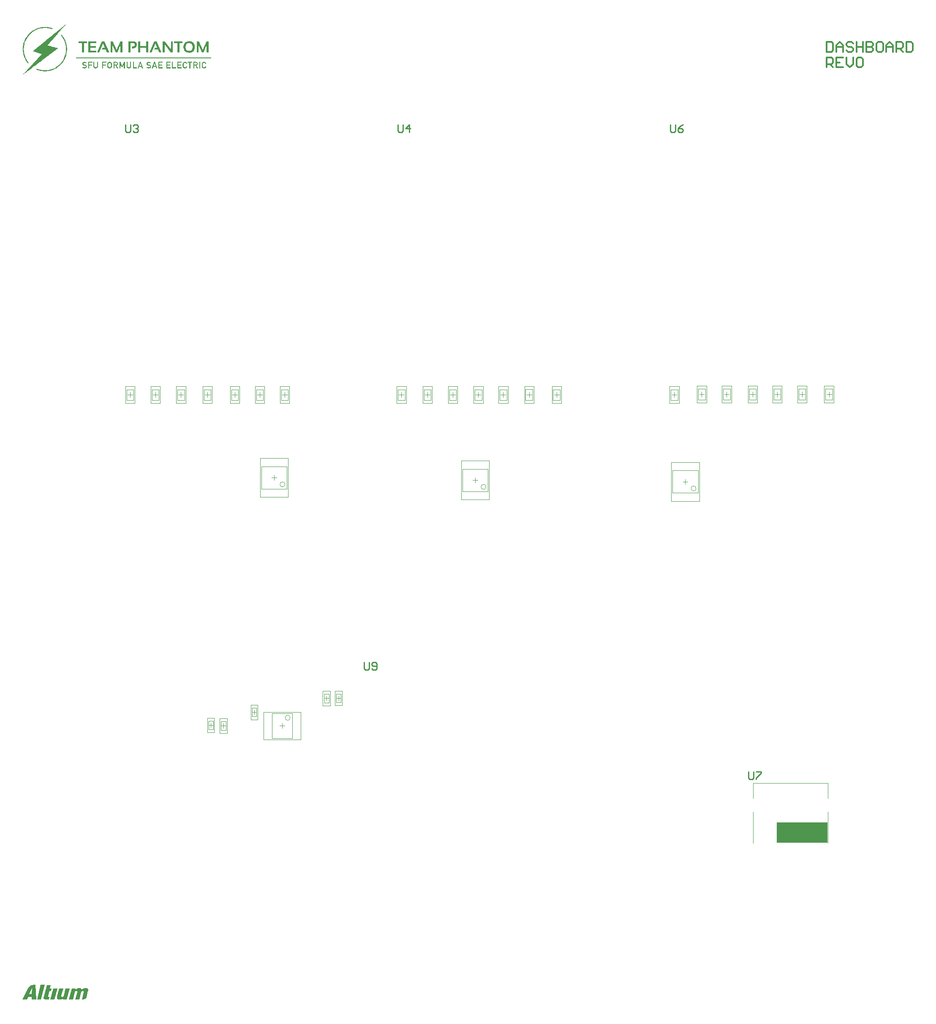
<source format=gto>
G04*
G04 #@! TF.GenerationSoftware,Altium Limited,Altium Designer,19.1.8 (144)*
G04*
G04 Layer_Color=65535*
%FSLAX25Y25*%
%MOIN*%
G70*
G01*
G75*
%ADD10C,0.01181*%
%ADD11C,0.01000*%
%ADD12C,0.00394*%
%ADD13R,0.40158X0.15945*%
%ADD14C,0.00197*%
G36*
X54059Y775514D02*
X54314D01*
X54606Y775477D01*
X54970Y775441D01*
X55335Y775368D01*
X56210Y775259D01*
X57157Y775040D01*
X58178Y774785D01*
X59198Y774420D01*
X58943Y773691D01*
X58907D01*
X58834Y773728D01*
X58688Y773801D01*
X58469Y773837D01*
X58251Y773946D01*
X57959Y774019D01*
X57631Y774129D01*
X57267Y774202D01*
X56465Y774420D01*
X55517Y774603D01*
X54533Y774712D01*
X53512Y774785D01*
X52492D01*
X52164Y774748D01*
X51799Y774712D01*
X50997Y774639D01*
X50086Y774530D01*
X49138Y774347D01*
X48154Y774092D01*
X48118D01*
X48045Y774056D01*
X47899Y774019D01*
X47717Y773946D01*
X47498Y773874D01*
X47206Y773764D01*
X46587Y773509D01*
X45821Y773181D01*
X45019Y772780D01*
X44181Y772306D01*
X43306Y771759D01*
X43270D01*
X43197Y771687D01*
X43088Y771614D01*
X42905Y771468D01*
X42723Y771322D01*
X42504Y771140D01*
X41958Y770666D01*
X41338Y770119D01*
X40682Y769427D01*
X40026Y768661D01*
X39370Y767823D01*
Y767786D01*
X39297Y767713D01*
X39224Y767604D01*
X39114Y767422D01*
X38969Y767203D01*
X38823Y766948D01*
X38641Y766656D01*
X38458Y766328D01*
X38058Y765599D01*
X37657Y764761D01*
X37256Y763850D01*
X36928Y762866D01*
Y762829D01*
X36891Y762756D01*
X36855Y762610D01*
X36818Y762392D01*
X36745Y762173D01*
X36672Y761881D01*
X36636Y761553D01*
X36563Y761189D01*
X36417Y760387D01*
X36308Y759476D01*
X36235Y758528D01*
Y757508D01*
Y757471D01*
Y757398D01*
Y757252D01*
X36271Y757070D01*
X36308Y756815D01*
Y756523D01*
X36344Y756195D01*
X36417Y755867D01*
X36527Y755065D01*
X36745Y754154D01*
X36964Y753206D01*
X37292Y752222D01*
Y752186D01*
X37328Y752113D01*
X37401Y751967D01*
X37474Y751785D01*
X37584Y751566D01*
X37693Y751274D01*
X38021Y750655D01*
X38385Y749926D01*
X38859Y749124D01*
X39443Y748286D01*
X40062Y747447D01*
X39443Y746901D01*
X39406Y746937D01*
X39370Y747010D01*
X39260Y747119D01*
X39151Y747301D01*
X38969Y747520D01*
X38787Y747775D01*
X38604Y748067D01*
X38385Y748395D01*
X37912Y749160D01*
X37438Y750035D01*
X36964Y750983D01*
X36563Y751967D01*
Y752003D01*
X36527Y752076D01*
X36454Y752222D01*
X36417Y752441D01*
X36308Y752660D01*
X36235Y752951D01*
X36126Y753279D01*
X36053Y753644D01*
X35834Y754482D01*
X35652Y755430D01*
X35506Y756414D01*
X35433Y757471D01*
Y757508D01*
Y757617D01*
Y757763D01*
Y757981D01*
Y758237D01*
X35469Y758528D01*
Y758893D01*
X35506Y759257D01*
X35579Y760132D01*
X35725Y761080D01*
X35943Y762100D01*
X36198Y763121D01*
Y763157D01*
X36235Y763230D01*
X36271Y763376D01*
X36344Y763595D01*
X36454Y763813D01*
X36527Y764105D01*
X36672Y764433D01*
X36818Y764797D01*
X37183Y765599D01*
X37584Y766474D01*
X38130Y767385D01*
X38714Y768297D01*
X38750Y768333D01*
X38787Y768406D01*
X38896Y768515D01*
X39042Y768698D01*
X39187Y768916D01*
X39406Y769135D01*
X39916Y769718D01*
X40500Y770374D01*
X41192Y771067D01*
X41994Y771759D01*
X42832Y772415D01*
X42869Y772452D01*
X42942Y772488D01*
X43088Y772561D01*
X43233Y772671D01*
X43452Y772817D01*
X43744Y772962D01*
X44035Y773144D01*
X44363Y773327D01*
X45129Y773728D01*
X45967Y774129D01*
X46915Y774530D01*
X47899Y774858D01*
X47935D01*
X48008Y774894D01*
X48154Y774931D01*
X48373Y774967D01*
X48628Y775040D01*
X48920Y775113D01*
X49248Y775186D01*
X49649Y775259D01*
X50487Y775368D01*
X51435Y775477D01*
X52455Y775550D01*
X53840D01*
X54059Y775514D01*
D02*
G37*
G36*
X134285Y755393D02*
X132645D01*
Y759184D01*
X128235D01*
Y755393D01*
X126558D01*
Y764287D01*
X128235D01*
Y760606D01*
X132645D01*
Y764287D01*
X134285D01*
Y755393D01*
D02*
G37*
G36*
X123241Y764251D02*
X123533Y764214D01*
X123861Y764141D01*
X124189Y763996D01*
X124517Y763850D01*
X124809Y763631D01*
X124845Y763595D01*
X124918Y763522D01*
X125027Y763376D01*
X125173Y763157D01*
X125282Y762902D01*
X125392Y762574D01*
X125465Y762210D01*
X125501Y761772D01*
Y761699D01*
Y761553D01*
X125465Y761298D01*
X125392Y761007D01*
X125282Y760642D01*
X125100Y760278D01*
X124881Y759913D01*
X124553Y759585D01*
X124517Y759549D01*
X124371Y759439D01*
X124152Y759294D01*
X123861Y759148D01*
X123460Y758929D01*
X122950Y758747D01*
X122366Y758601D01*
X121710Y758455D01*
X121492Y759950D01*
X121528D01*
X121674Y759986D01*
X121892Y760022D01*
X122111Y760095D01*
X122694Y760278D01*
X122950Y760424D01*
X123168Y760569D01*
X123205Y760606D01*
X123278Y760642D01*
X123351Y760751D01*
X123460Y760897D01*
X123679Y761262D01*
X123715Y761481D01*
X123751Y761736D01*
Y761772D01*
Y761809D01*
X123715Y762027D01*
X123642Y762319D01*
X123460Y762538D01*
X123423Y762574D01*
X123241Y762683D01*
X122986Y762793D01*
X122658Y762829D01*
X120398D01*
Y755393D01*
X118758D01*
Y764287D01*
X122986D01*
X123241Y764251D01*
D02*
G37*
G36*
X153896Y755393D02*
X152219D01*
X147517Y761991D01*
Y755393D01*
X145913D01*
Y764287D01*
X147553D01*
X152292Y757799D01*
Y764287D01*
X153896D01*
Y755393D01*
D02*
G37*
G36*
X182035D02*
X180541D01*
Y761553D01*
X178062Y755393D01*
X176677D01*
X174198Y761553D01*
Y755393D01*
X172704D01*
Y764287D01*
X174381D01*
X177442Y757544D01*
X180395Y764287D01*
X182035D01*
Y755393D01*
D02*
G37*
G36*
X114056D02*
X112525D01*
Y761553D01*
X110119Y755393D01*
X108698D01*
X106219Y761553D01*
Y755393D01*
X104688D01*
Y764287D01*
X106438D01*
X109427Y757544D01*
X112416Y764287D01*
X114056D01*
Y755393D01*
D02*
G37*
G36*
X161586Y762866D02*
X159035D01*
Y755393D01*
X157395D01*
Y762866D01*
X154807D01*
Y764287D01*
X161586D01*
Y762866D01*
D02*
G37*
G36*
X144819Y755393D02*
X143070D01*
X142013Y757799D01*
X139060D01*
X139644Y759221D01*
X141430D01*
X140008Y762610D01*
X137056Y755393D01*
X135379D01*
X139170Y764287D01*
X140956D01*
X144819Y755393D01*
D02*
G37*
G36*
X103631D02*
X101809D01*
X100824Y757799D01*
X97835D01*
X98382Y759221D01*
X100205D01*
X98820Y762610D01*
X95831Y755393D01*
X94154D01*
X97945Y764287D01*
X99731D01*
X103631Y755393D01*
D02*
G37*
G36*
X93316Y762866D02*
X88869D01*
Y760606D01*
X93133D01*
Y759148D01*
X88796D01*
Y756815D01*
X93389D01*
Y755393D01*
X87192D01*
Y764287D01*
X93316D01*
Y762866D01*
D02*
G37*
G36*
X86281D02*
X83693D01*
Y755393D01*
X82053D01*
Y762866D01*
X79465D01*
Y764287D01*
X86281D01*
Y762866D01*
D02*
G37*
G36*
X167455Y764287D02*
X167929Y764214D01*
X168476Y764069D01*
X169022Y763886D01*
X169569Y763595D01*
X170007Y763194D01*
X170043Y763157D01*
X170189Y762975D01*
X170371Y762720D01*
X170590Y762355D01*
X170772Y761881D01*
X170954Y761298D01*
X171100Y760606D01*
X171136Y759804D01*
Y759767D01*
Y759694D01*
Y759585D01*
Y759439D01*
X171063Y759038D01*
X170991Y758565D01*
X170845Y758018D01*
X170663Y757435D01*
X170371Y756888D01*
X170007Y756414D01*
X169970Y756378D01*
X169788Y756232D01*
X169533Y756049D01*
X169168Y755867D01*
X168731Y755649D01*
X168148Y755466D01*
X167455Y755321D01*
X166690Y755284D01*
X166471D01*
X166325Y755321D01*
X165961Y755357D01*
X165487Y755430D01*
X164940Y755576D01*
X164393Y755758D01*
X163883Y756049D01*
X163409Y756414D01*
X163373Y756487D01*
X163227Y756633D01*
X163045Y756888D01*
X162862Y757289D01*
X162644Y757763D01*
X162425Y758346D01*
X162279Y759038D01*
X162206Y759804D01*
Y759840D01*
Y759913D01*
Y760022D01*
X162243Y760168D01*
X162279Y760569D01*
X162352Y761080D01*
X162498Y761626D01*
X162680Y762173D01*
X162972Y762720D01*
X163336Y763194D01*
X163373Y763230D01*
X163555Y763376D01*
X163810Y763558D01*
X164174Y763777D01*
X164648Y763996D01*
X165232Y764178D01*
X165924Y764324D01*
X166690Y764360D01*
X167054D01*
X167455Y764287D01*
D02*
G37*
G36*
X183967Y750801D02*
X77460D01*
Y751566D01*
X183967D01*
Y750801D01*
D02*
G37*
G36*
X135415Y747994D02*
X135707Y747921D01*
X135743D01*
X135780Y747885D01*
X135962Y747848D01*
X136181Y747739D01*
X136436Y747557D01*
X136035Y746901D01*
X135999Y746937D01*
X135853Y747010D01*
X135634Y747119D01*
X135415Y747192D01*
X135379Y747229D01*
X135233Y747265D01*
X135014Y747301D01*
X134796Y747338D01*
X134686D01*
X134431Y747265D01*
X134395D01*
X134358Y747229D01*
X134176Y747156D01*
X134103Y747083D01*
X134067Y747010D01*
X133994Y746901D01*
Y746864D01*
Y746828D01*
X133957Y746609D01*
Y746536D01*
X133994Y746390D01*
X134030Y746354D01*
X134103Y746172D01*
X134140Y746135D01*
X134285Y746026D01*
X134322D01*
X134395Y745989D01*
X134504D01*
X134650Y745953D01*
X134686D01*
X134723Y745916D01*
X134869Y745880D01*
X135270D01*
X135415Y745844D01*
X135598Y745807D01*
X135816Y745698D01*
X135853Y745661D01*
X135999Y745625D01*
X136108Y745515D01*
X136254Y745370D01*
X136290Y745333D01*
X136363Y745224D01*
X136436Y745078D01*
X136509Y744896D01*
Y744859D01*
X136545Y744750D01*
X136582Y744604D01*
Y744422D01*
Y744385D01*
Y744313D01*
X136545Y744167D01*
Y744021D01*
X136400Y743656D01*
X136290Y743474D01*
X136144Y743328D01*
X136108D01*
X136072Y743256D01*
X135962Y743219D01*
X135816Y743146D01*
X135634Y743073D01*
X135415Y743037D01*
X135124Y742964D01*
X134614D01*
X134468Y743000D01*
X134140Y743037D01*
X133775Y743110D01*
X133739D01*
X133702Y743146D01*
X133484Y743256D01*
X133192Y743401D01*
X132900Y743656D01*
X133411Y744240D01*
X133447Y744203D01*
X133593Y744094D01*
X133812Y743948D01*
X134030Y743839D01*
X134103D01*
X134285Y743802D01*
X134541Y743766D01*
X134832Y743729D01*
X134905D01*
X135124Y743766D01*
X135343Y743802D01*
X135561Y743875D01*
X135598Y743912D01*
X135707Y744021D01*
X135780Y744167D01*
X135816Y744422D01*
Y744458D01*
Y744568D01*
X135743Y744713D01*
X135671Y744859D01*
X135634Y744896D01*
X135561Y744969D01*
X135379Y745042D01*
X135160Y745115D01*
X134796D01*
X134723Y745151D01*
X134504Y745187D01*
X134468D01*
X134322Y745224D01*
X134103Y745260D01*
X133921Y745333D01*
X133885Y745370D01*
X133775Y745442D01*
X133629Y745552D01*
X133520Y745698D01*
X133484Y745734D01*
X133411Y745807D01*
X133338Y745953D01*
X133265Y746099D01*
Y746135D01*
X133228Y746244D01*
X133192Y746427D01*
Y746609D01*
Y746682D01*
Y746828D01*
X133228Y747010D01*
X133265Y747229D01*
X133301Y747265D01*
X133338Y747374D01*
X133447Y747520D01*
X133593Y747702D01*
X133629Y747739D01*
X133739Y747812D01*
X133921Y747885D01*
X134103Y747958D01*
X134140Y747994D01*
X134322Y748031D01*
X134541Y748067D01*
X135124D01*
X135415Y747994D01*
D02*
G37*
G36*
X84714D02*
X85041Y747921D01*
X85078D01*
X85114Y747885D01*
X85297Y747848D01*
X85515Y747739D01*
X85770Y747557D01*
X85370Y746901D01*
X85333Y746937D01*
X85187Y747010D01*
X84969Y747119D01*
X84750Y747192D01*
X84677Y747229D01*
X84531Y747265D01*
X84349Y747301D01*
X84094Y747338D01*
X83985D01*
X83766Y747265D01*
X83729D01*
X83693Y747229D01*
X83511Y747156D01*
X83438Y747083D01*
X83401Y747010D01*
X83328Y746901D01*
Y746864D01*
X83292Y746828D01*
X83255Y746609D01*
Y746536D01*
X83292Y746390D01*
X83328Y746354D01*
X83438Y746172D01*
X83474Y746135D01*
X83620Y746026D01*
X83656D01*
X83729Y745989D01*
X83839D01*
X83985Y745953D01*
X84021D01*
X84057Y745916D01*
X84203Y745880D01*
X84604D01*
X84750Y745844D01*
X84932Y745807D01*
X85151Y745698D01*
X85187Y745661D01*
X85333Y745625D01*
X85443Y745515D01*
X85588Y745370D01*
X85625Y745333D01*
X85698Y745224D01*
X85770Y745078D01*
X85843Y744896D01*
Y744859D01*
X85880Y744750D01*
X85916Y744604D01*
Y744422D01*
Y744385D01*
Y744313D01*
X85880Y744167D01*
X85843Y744021D01*
X85698Y743656D01*
X85588Y743474D01*
X85443Y743328D01*
X85406D01*
X85370Y743256D01*
X85260Y743219D01*
X85114Y743146D01*
X84932Y743073D01*
X84714Y743037D01*
X84458Y742964D01*
X83948D01*
X83802Y743000D01*
X83474Y743037D01*
X83110Y743110D01*
X83073D01*
X83037Y743146D01*
X82818Y743256D01*
X82526Y743401D01*
X82198Y743656D01*
X82745Y744240D01*
X82782Y744203D01*
X82927Y744094D01*
X83110Y743948D01*
X83365Y743839D01*
X83438D01*
X83620Y743802D01*
X83875Y743766D01*
X84167Y743729D01*
X84240D01*
X84458Y743766D01*
X84677Y743802D01*
X84896Y743875D01*
X84932Y743912D01*
X85041Y744021D01*
X85114Y744167D01*
X85151Y744422D01*
Y744458D01*
X85114Y744568D01*
X85078Y744713D01*
X84969Y744859D01*
X84932Y744896D01*
X84859Y744969D01*
X84714Y745042D01*
X84495Y745115D01*
X84130D01*
X84057Y745151D01*
X83948D01*
X83802Y745187D01*
X83766D01*
X83620Y745224D01*
X83438Y745260D01*
X83255Y745333D01*
X83219Y745370D01*
X83110Y745442D01*
X82964Y745552D01*
X82818Y745698D01*
X82782Y745734D01*
X82745Y745807D01*
X82636Y745953D01*
X82563Y746099D01*
Y746135D01*
X82526Y746244D01*
X82490Y746427D01*
X82454Y746609D01*
Y746682D01*
Y746828D01*
X82490Y747010D01*
X82563Y747229D01*
X82599Y747265D01*
X82672Y747374D01*
X82782Y747520D01*
X82927Y747702D01*
X82964Y747739D01*
X83073Y747812D01*
X83219Y747885D01*
X83401Y747958D01*
X83474Y747994D01*
X83620Y748031D01*
X83839Y748067D01*
X84422D01*
X84714Y747994D01*
D02*
G37*
G36*
X178900Y748031D02*
X179119Y747958D01*
X179155D01*
X179301Y747885D01*
X179483Y747812D01*
X179666Y747666D01*
X179702Y747629D01*
X179812Y747520D01*
X179921Y747374D01*
X180030Y747156D01*
X180067Y747119D01*
X180103Y746973D01*
X180212Y746791D01*
X180285Y746572D01*
X179411D01*
Y746609D01*
X179374Y746682D01*
X179301Y746864D01*
Y746901D01*
X179265Y746937D01*
X179119Y747119D01*
X179083Y747156D01*
X179010Y747192D01*
X178791Y747265D01*
X178754D01*
X178682Y747301D01*
X178463Y747338D01*
X178390Y747301D01*
X178244Y747265D01*
X178171D01*
X177989Y747229D01*
X177953Y747192D01*
X177843Y747083D01*
X177807Y747046D01*
X177697Y746973D01*
X177661Y746901D01*
X177552Y746755D01*
Y746682D01*
X177515Y746536D01*
Y746500D01*
X177479Y746463D01*
Y746317D01*
X177442Y746135D01*
Y746099D01*
Y745953D01*
Y745771D01*
Y745552D01*
Y745479D01*
Y745333D01*
Y745115D01*
Y744896D01*
Y744859D01*
X177479Y744750D01*
Y744604D01*
X177515Y744495D01*
Y744422D01*
X177552Y744276D01*
X177588Y744203D01*
X177697Y744057D01*
X177734Y744021D01*
X177843Y743912D01*
X177880Y743875D01*
X177989Y743839D01*
X178025D01*
X178062Y743802D01*
X178244Y743729D01*
X178536D01*
X178645Y743766D01*
X178827Y743802D01*
X179010Y743875D01*
X179046Y743912D01*
X179155Y744021D01*
X179301Y744167D01*
X179411Y744422D01*
X180285D01*
X180249Y744349D01*
X180212Y744203D01*
X180103Y743985D01*
X179994Y743766D01*
X179957Y743729D01*
X179884Y743620D01*
X179775Y743474D01*
X179629Y743292D01*
X179593Y743256D01*
X179483Y743219D01*
X179301Y743110D01*
X179083Y743037D01*
X179046D01*
X178900Y743000D01*
X178682Y742964D01*
X178317D01*
X178135Y743000D01*
X177953Y743037D01*
X177916D01*
X177807Y743073D01*
X177661Y743146D01*
X177479Y743219D01*
X177442Y743256D01*
X177369Y743328D01*
X177114Y743511D01*
Y743547D01*
X177041Y743620D01*
X176895Y743839D01*
X176859Y743875D01*
X176823Y743948D01*
Y743985D01*
Y744057D01*
X176786Y744094D01*
X176750Y744167D01*
Y744203D01*
Y744240D01*
Y744349D01*
Y744385D01*
X176713Y744458D01*
X176677Y744604D01*
X176640Y744786D01*
Y744823D01*
Y745005D01*
Y745224D01*
Y745552D01*
Y745588D01*
Y745625D01*
Y745807D01*
Y746026D01*
Y746244D01*
Y746281D01*
X176677Y746427D01*
X176713Y746536D01*
X176750Y746682D01*
Y746718D01*
Y746755D01*
X176786Y746937D01*
Y746973D01*
X176823Y747010D01*
X176895Y747192D01*
X176932Y747229D01*
X176968Y747301D01*
X177114Y747520D01*
X177151Y747557D01*
X177224Y747629D01*
X177333Y747739D01*
X177479Y747812D01*
X177515Y747848D01*
X177624Y747885D01*
X177770Y747958D01*
X177953Y747994D01*
X177989D01*
X178098Y748031D01*
X178281Y748067D01*
X178682D01*
X178900Y748031D01*
D02*
G37*
G36*
X163810D02*
X164029Y747958D01*
X164102D01*
X164211Y747885D01*
X164393Y747812D01*
X164575Y747666D01*
X164612Y747629D01*
X164721Y747520D01*
X164831Y747374D01*
X164940Y747156D01*
X164976Y747119D01*
X165013Y746973D01*
X165086Y746791D01*
X165159Y746572D01*
X164357D01*
Y746609D01*
X164320Y746682D01*
X164211Y746864D01*
Y746901D01*
X164174Y746937D01*
X163992Y747119D01*
Y747156D01*
X163919Y747192D01*
X163737Y747265D01*
X163701D01*
X163628Y747301D01*
X163409Y747338D01*
X163373D01*
X163300Y747301D01*
X163117Y747265D01*
X163045D01*
X162935Y747229D01*
X162862Y747192D01*
X162753Y747083D01*
X162716Y747046D01*
X162571Y746973D01*
X162534Y746901D01*
X162461Y746755D01*
X162425Y746682D01*
X162388Y746536D01*
Y746500D01*
Y746463D01*
X162352Y746317D01*
Y746135D01*
Y746099D01*
Y745953D01*
Y745771D01*
Y745552D01*
Y745479D01*
Y745333D01*
Y745115D01*
Y744896D01*
Y744859D01*
Y744750D01*
Y744604D01*
X162388Y744495D01*
X162425Y744422D01*
X162461Y744276D01*
X162498Y744203D01*
X162571Y744057D01*
X162607D01*
X162644Y744021D01*
X162753Y743912D01*
X162789Y743875D01*
X162935Y743839D01*
X162972Y743802D01*
X163117Y743729D01*
X163445D01*
X163591Y743766D01*
X163774Y743802D01*
X163956Y743875D01*
X163992Y743912D01*
X164102Y744021D01*
X164247Y744167D01*
X164357Y744422D01*
X165159D01*
Y744349D01*
X165122Y744203D01*
X165049Y743985D01*
X164940Y743766D01*
X164903Y743729D01*
X164831Y743620D01*
X164685Y743474D01*
X164503Y743292D01*
X164466Y743256D01*
X164357Y743219D01*
X164211Y743110D01*
X163992Y743037D01*
X163956D01*
X163810Y743000D01*
X163628Y742964D01*
X163227D01*
X163008Y743000D01*
X162826Y743037D01*
X162789D01*
X162680Y743073D01*
X162388Y743219D01*
X162352Y743256D01*
X162279Y743328D01*
X162024Y743511D01*
X161987Y743547D01*
X161951Y743620D01*
X161769Y743839D01*
Y743875D01*
X161732Y743948D01*
Y743985D01*
X161696Y744057D01*
X161659Y744094D01*
X161623Y744167D01*
Y744203D01*
Y744240D01*
Y744349D01*
Y744385D01*
Y744458D01*
X161586Y744604D01*
Y744786D01*
Y744823D01*
Y745005D01*
Y745224D01*
Y745552D01*
Y745588D01*
Y745625D01*
Y745807D01*
Y746026D01*
Y746244D01*
Y746281D01*
Y746427D01*
Y746536D01*
X161623Y746682D01*
Y746718D01*
X161659Y746755D01*
X161696Y746937D01*
Y746973D01*
X161732Y747010D01*
X161769Y747192D01*
X161805Y747229D01*
X161842Y747301D01*
X162024Y747520D01*
X162060Y747557D01*
X162133Y747629D01*
X162388Y747812D01*
X162425Y747848D01*
X162498Y747885D01*
X162644Y747958D01*
X162826Y747994D01*
X162862D01*
X163008Y748031D01*
X163190Y748067D01*
X163628D01*
X163810Y748031D01*
D02*
G37*
G36*
X116024Y743000D02*
X115259D01*
Y746135D01*
X115222D01*
X114201Y743729D01*
X113545D01*
X112488Y746135D01*
X112452D01*
Y743000D01*
X111687D01*
Y748031D01*
X112416D01*
X113874Y744750D01*
X115295Y748031D01*
X116024D01*
Y743000D01*
D02*
G37*
G36*
X120945Y744677D02*
Y744604D01*
Y744458D01*
X120872Y744240D01*
X120799Y743985D01*
X120763Y743948D01*
X120726Y743802D01*
X120580Y743620D01*
X120398Y743438D01*
X120362Y743401D01*
X120252Y743292D01*
X120070Y743183D01*
X119851Y743073D01*
X119778D01*
X119633Y743037D01*
X119414Y743000D01*
X119159Y742964D01*
X118904D01*
X118685Y743000D01*
X118430Y743073D01*
X118393Y743110D01*
X118247Y743146D01*
X118065Y743292D01*
X117883Y743438D01*
X117847Y743474D01*
X117737Y743620D01*
X117591Y743766D01*
X117446Y743985D01*
Y744057D01*
X117409Y744203D01*
X117373Y744422D01*
X117336Y744677D01*
Y748031D01*
X118102D01*
Y744786D01*
Y744750D01*
Y744641D01*
X118175Y744349D01*
Y744313D01*
X118247Y744240D01*
X118320Y744130D01*
X118430Y743985D01*
X118466Y743948D01*
X118539Y743912D01*
X118721Y743766D01*
X118831D01*
X118976Y743729D01*
X119305D01*
X119560Y743766D01*
X119596D01*
X119669Y743839D01*
X119888Y743985D01*
X119924Y744021D01*
X119961Y744094D01*
X120106Y744349D01*
Y744385D01*
X120143Y744458D01*
X120179Y744604D01*
Y744786D01*
Y748031D01*
X120945D01*
Y744677D01*
D02*
G37*
G36*
X94774D02*
Y744604D01*
Y744458D01*
X94701Y744240D01*
X94628Y743985D01*
X94591Y743948D01*
X94555Y743802D01*
X94409Y743620D01*
X94227Y743438D01*
X94191Y743401D01*
X94081Y743292D01*
X93899Y743183D01*
X93680Y743073D01*
X93607D01*
X93462Y743037D01*
X93243Y743000D01*
X92951Y742964D01*
X92733D01*
X92514Y743000D01*
X92259Y743073D01*
X92222Y743110D01*
X92076Y743146D01*
X91894Y743292D01*
X91712Y743438D01*
X91675Y743474D01*
X91566Y743620D01*
X91420Y743766D01*
X91274Y743985D01*
Y744057D01*
X91238Y744203D01*
X91202Y744422D01*
X91165Y744677D01*
Y748031D01*
X91931D01*
Y744786D01*
Y744750D01*
Y744641D01*
X92004Y744349D01*
Y744313D01*
X92076Y744240D01*
X92222Y743985D01*
X92259Y743948D01*
X92331Y743912D01*
X92550Y743766D01*
X92660D01*
X92805Y743729D01*
X93243D01*
X93352Y743766D01*
X93389D01*
X93462Y743839D01*
X93680Y743985D01*
X93717Y744021D01*
X93789Y744094D01*
X93862Y744203D01*
X93935Y744349D01*
Y744385D01*
X93972Y744458D01*
X94008Y744604D01*
Y744786D01*
Y748031D01*
X94774D01*
Y744677D01*
D02*
G37*
G36*
X175437Y743000D02*
X174672D01*
Y748031D01*
X175437D01*
Y743000D01*
D02*
G37*
G36*
X172339Y747994D02*
X172521Y747958D01*
X172558D01*
X172667Y747921D01*
X172959Y747739D01*
X172995Y747702D01*
X173105Y747593D01*
X173214Y747447D01*
X173323Y747265D01*
X173360Y747229D01*
X173396Y747083D01*
X173433Y746901D01*
X173469Y746645D01*
Y746609D01*
Y746572D01*
X173433Y746317D01*
X173360Y746026D01*
X173214Y745734D01*
X173178Y745698D01*
X173032Y745552D01*
X172813Y745370D01*
X172521Y745224D01*
X173652Y743000D01*
X172777D01*
X171683Y745151D01*
X170736D01*
Y743000D01*
X169970D01*
Y748031D01*
X172121D01*
X172339Y747994D01*
D02*
G37*
G36*
X169095Y747374D02*
X167710D01*
Y743000D01*
X166945D01*
Y747374D01*
X165560D01*
Y748031D01*
X169095D01*
Y747374D01*
D02*
G37*
G36*
X160675Y747338D02*
X158197D01*
Y745880D01*
X160311D01*
Y745187D01*
X158197D01*
Y743729D01*
X160675D01*
Y743000D01*
X157431D01*
Y748031D01*
X160675D01*
Y747338D01*
D02*
G37*
G36*
X153896Y743729D02*
X156374D01*
Y743000D01*
X153130D01*
Y748031D01*
X153896D01*
Y743729D01*
D02*
G37*
G36*
X152037Y747338D02*
X149594D01*
Y745880D01*
X151709D01*
Y745187D01*
X149594D01*
Y743729D01*
X152037D01*
Y743000D01*
X148829D01*
Y748031D01*
X152037D01*
Y747338D01*
D02*
G37*
G36*
X145658D02*
X143216D01*
Y745880D01*
X145330D01*
Y745187D01*
X143216D01*
Y743729D01*
X145658D01*
Y743000D01*
X142450D01*
Y748031D01*
X145658D01*
Y747338D01*
D02*
G37*
G36*
X141576Y743000D02*
X140737D01*
X140373Y744094D01*
X138441D01*
X138076Y743000D01*
X137238D01*
X139097Y748031D01*
X139716D01*
X141576Y743000D01*
D02*
G37*
G36*
X130385D02*
X129547D01*
X129183Y744094D01*
X127251D01*
X126886Y743000D01*
X126048D01*
X127907Y748031D01*
X128526D01*
X130385Y743000D01*
D02*
G37*
G36*
X123022Y743729D02*
X125538D01*
Y743000D01*
X122293D01*
Y748031D01*
X123022D01*
Y743729D01*
D02*
G37*
G36*
X109354Y747994D02*
X109536Y747958D01*
X109572D01*
X109682Y747921D01*
X109864Y747848D01*
X110046Y747739D01*
X110083Y747702D01*
X110156Y747593D01*
X110265Y747447D01*
X110374Y747265D01*
X110411Y747229D01*
X110447Y747083D01*
X110484Y746901D01*
X110520Y746645D01*
Y746609D01*
Y746572D01*
X110484Y746317D01*
X110411Y746026D01*
X110265Y745734D01*
X110229Y745698D01*
X110083Y745552D01*
X109864Y745370D01*
X109536Y745224D01*
X110739Y743000D01*
X109791D01*
X108771Y745151D01*
X107750D01*
Y743000D01*
X106984D01*
Y748031D01*
X109171D01*
X109354Y747994D01*
D02*
G37*
G36*
X101371Y747338D02*
X98929D01*
Y745844D01*
X101043D01*
Y745151D01*
X98929D01*
Y743000D01*
X98163D01*
Y748031D01*
X101371D01*
Y747338D01*
D02*
G37*
G36*
X90327D02*
X87848D01*
Y745844D01*
X89962D01*
Y745151D01*
X87848D01*
Y743000D01*
X87083D01*
Y748031D01*
X90327D01*
Y747338D01*
D02*
G37*
G36*
X104324Y748031D02*
X104506Y747994D01*
X104542D01*
X104652Y747958D01*
X104797Y747921D01*
X104943Y747812D01*
X104980Y747775D01*
X105089Y747739D01*
X105308Y747520D01*
X105344Y747484D01*
X105381Y747411D01*
X105526Y747192D01*
X105563Y747119D01*
X105636Y746937D01*
X105672Y746864D01*
X105745Y746682D01*
Y746645D01*
Y746572D01*
Y746427D01*
Y746244D01*
Y746208D01*
X105782Y746062D01*
Y745844D01*
Y745552D01*
Y745515D01*
Y745479D01*
Y745297D01*
Y745042D01*
X105745Y744786D01*
Y744750D01*
Y744641D01*
Y744495D01*
Y744349D01*
Y744313D01*
X105709Y744276D01*
X105636Y744057D01*
X105599Y743985D01*
X105526Y743839D01*
Y743802D01*
X105490Y743729D01*
X105308Y743511D01*
X105271Y743474D01*
X105198Y743438D01*
X105089Y743328D01*
X104943Y743219D01*
X104907D01*
X104834Y743146D01*
X104688Y743110D01*
X104506Y743037D01*
X104469D01*
X104360Y743000D01*
X104178Y742964D01*
X103777D01*
X103595Y743000D01*
X103412Y743037D01*
X103376D01*
X103267Y743073D01*
X102975Y743219D01*
X102938Y743256D01*
X102866Y743328D01*
X102610Y743511D01*
X102574Y743547D01*
X102538Y743620D01*
X102392Y743839D01*
X102355Y743875D01*
X102319Y743948D01*
Y743985D01*
X102282Y744057D01*
Y744094D01*
X102246Y744167D01*
Y744203D01*
Y744240D01*
X102209Y744349D01*
Y744385D01*
Y744458D01*
Y744604D01*
X102173Y744786D01*
Y744823D01*
Y745005D01*
X102137Y745224D01*
Y745552D01*
Y745588D01*
Y745625D01*
Y745807D01*
Y746026D01*
X102173Y746244D01*
Y746281D01*
X102209Y746427D01*
Y746536D01*
Y746682D01*
Y746718D01*
X102246Y746755D01*
X102282Y746937D01*
Y746973D01*
X102319Y747010D01*
X102392Y747192D01*
Y747229D01*
X102465Y747301D01*
X102610Y747520D01*
X102647Y747557D01*
X102720Y747629D01*
X102829Y747739D01*
X102975Y747812D01*
X103011Y747848D01*
X103084Y747885D01*
X103230Y747958D01*
X103412Y747994D01*
X103449D01*
X103595Y748031D01*
X103740Y748067D01*
X104141D01*
X104324Y748031D01*
D02*
G37*
G36*
X66088Y769609D02*
X66124Y769536D01*
X66233Y769427D01*
X66379Y769244D01*
X66525Y769062D01*
X66707Y768807D01*
X66926Y768515D01*
X67145Y768224D01*
X67655Y767495D01*
X68129Y766656D01*
X68639Y765709D01*
X69076Y764725D01*
Y764688D01*
X69113Y764615D01*
X69186Y764469D01*
X69259Y764251D01*
X69332Y763996D01*
X69441Y763704D01*
X69550Y763376D01*
X69660Y762975D01*
X69878Y762137D01*
X70097Y761189D01*
X70243Y760132D01*
X70352Y759038D01*
Y759002D01*
Y758893D01*
Y758747D01*
Y758528D01*
Y758273D01*
Y757945D01*
Y757580D01*
X70316Y757179D01*
X70243Y756305D01*
X70134Y755321D01*
X69915Y754263D01*
X69660Y753170D01*
Y753133D01*
X69623Y753061D01*
X69587Y752878D01*
X69514Y752696D01*
X69405Y752441D01*
X69295Y752149D01*
X69186Y751785D01*
X69040Y751420D01*
X68676Y750618D01*
X68238Y749744D01*
X67728Y748796D01*
X67108Y747885D01*
X67072Y747848D01*
X67035Y747775D01*
X66926Y747666D01*
X66780Y747484D01*
X66634Y747265D01*
X66416Y747010D01*
X65942Y746463D01*
X65322Y745807D01*
X64593Y745115D01*
X63791Y744385D01*
X62880Y743729D01*
X62844D01*
X62771Y743656D01*
X62625Y743584D01*
X62442Y743474D01*
X62224Y743328D01*
X61969Y743146D01*
X61641Y742964D01*
X61313Y742782D01*
X60511Y742381D01*
X59599Y741980D01*
X58615Y741579D01*
X57558Y741251D01*
X57522D01*
X57376Y741214D01*
X57121Y741141D01*
X56829Y741069D01*
X56465Y740996D01*
X56100Y740923D01*
X55225Y740777D01*
X55189D01*
X55043Y740740D01*
X54788D01*
X54496Y740704D01*
X54168Y740668D01*
X53767D01*
X52893Y740631D01*
X52601D01*
X52273Y740668D01*
X51836D01*
X51289Y740704D01*
X50742Y740777D01*
X50122Y740850D01*
X49466Y740959D01*
X49393D01*
X49175Y741032D01*
X48847Y741105D01*
X48409Y741214D01*
X47899Y741360D01*
X47352Y741542D01*
X46149Y741980D01*
X46441Y742745D01*
X46477D01*
X46550Y742709D01*
X46696Y742636D01*
X46915Y742563D01*
X47170Y742454D01*
X47462Y742381D01*
X47790Y742271D01*
X48154Y742162D01*
X48992Y741907D01*
X49940Y741688D01*
X50924Y741542D01*
X51981Y741433D01*
X53731D01*
X54533Y741506D01*
X55481Y741615D01*
X56465Y741761D01*
X57449Y742016D01*
X57485D01*
X57558Y742053D01*
X57704Y742089D01*
X57886Y742162D01*
X58141Y742235D01*
X58397Y742344D01*
X59053Y742599D01*
X59818Y742928D01*
X60656Y743328D01*
X61531Y743839D01*
X62406Y744385D01*
X62442Y744422D01*
X62515Y744458D01*
X62625Y744531D01*
X62807Y744677D01*
X62989Y744823D01*
X63244Y745005D01*
X63791Y745479D01*
X64411Y746062D01*
X65103Y746718D01*
X65796Y747484D01*
X66452Y748358D01*
X66488Y748395D01*
X66525Y748468D01*
X66634Y748614D01*
X66744Y748760D01*
X66889Y748978D01*
X67035Y749270D01*
X67217Y749561D01*
X67400Y749889D01*
X67801Y750655D01*
X68238Y751530D01*
X68603Y752441D01*
X68931Y753462D01*
Y753498D01*
X68967Y753571D01*
X69003Y753717D01*
X69040Y753935D01*
X69113Y754190D01*
X69186Y754482D01*
X69259Y754810D01*
X69332Y755175D01*
X69441Y755977D01*
X69550Y756924D01*
X69587Y757872D01*
Y758893D01*
Y758929D01*
Y759002D01*
Y759148D01*
X69550Y759366D01*
X69514Y759622D01*
Y759913D01*
X69441Y760241D01*
X69405Y760606D01*
X69259Y761408D01*
X69040Y762319D01*
X68785Y763303D01*
X68420Y764287D01*
Y764324D01*
X68384Y764396D01*
X68311Y764542D01*
X68238Y764725D01*
X68129Y764980D01*
X67983Y765235D01*
X67655Y765891D01*
X67254Y766620D01*
X66744Y767422D01*
X66124Y768260D01*
X65431Y769099D01*
X66051Y769645D01*
X66088Y769609D01*
D02*
G37*
G36*
X69076Y777482D02*
X69113Y777373D01*
X69149Y777336D01*
X69186Y777300D01*
X69149Y777263D01*
X69113Y777227D01*
X69003Y777118D01*
X68894Y776972D01*
X68530Y776571D01*
X68056Y776060D01*
X67509Y775441D01*
X66926Y774748D01*
X66270Y774019D01*
X65577Y773254D01*
X65541Y773217D01*
X65504Y773181D01*
X65395Y773072D01*
X65286Y772926D01*
X64921Y772525D01*
X64447Y772015D01*
X63937Y771395D01*
X63317Y770702D01*
X62661Y769973D01*
X62005Y769208D01*
X61969Y769171D01*
X61932Y769135D01*
X61823Y769026D01*
X61713Y768880D01*
X61349Y768479D01*
X60875Y767969D01*
X60328Y767349D01*
X59709Y766656D01*
X59053Y765927D01*
X58360Y765162D01*
X58324Y765126D01*
X58287Y765089D01*
X58178Y764980D01*
X58069Y764834D01*
X57704Y764433D01*
X57230Y763923D01*
X56683Y763303D01*
X56064Y762610D01*
X55408Y761881D01*
X54715Y761116D01*
X54752D01*
X54825Y761080D01*
X54934Y761043D01*
X55080Y761007D01*
X55262Y760970D01*
X55517Y760897D01*
X56064Y760751D01*
X56720Y760569D01*
X57412Y760387D01*
X58178Y760168D01*
X58980Y759950D01*
X59016D01*
X59089Y759913D01*
X59198D01*
X59344Y759840D01*
X59526Y759804D01*
X59782Y759731D01*
X60328Y759622D01*
X60948Y759439D01*
X61677Y759257D01*
X62479Y759038D01*
X63281Y758820D01*
X63244Y758783D01*
X63099Y758674D01*
X62916Y758565D01*
X62734Y758419D01*
X62698Y758382D01*
X62588Y758309D01*
X62442Y758164D01*
X62260Y758018D01*
X62224Y757981D01*
X62115Y757908D01*
X61932Y757763D01*
X61713Y757617D01*
X61422Y757398D01*
X61057Y757143D01*
X60656Y756851D01*
X60219Y756523D01*
X59745Y756159D01*
X59235Y755794D01*
X58141Y754956D01*
X56975Y754081D01*
X55772Y753170D01*
X55736Y753133D01*
X55626Y753061D01*
X55444Y752915D01*
X55225Y752769D01*
X54934Y752550D01*
X54606Y752295D01*
X54205Y752003D01*
X53767Y751676D01*
X53330Y751311D01*
X52820Y750947D01*
X51726Y750108D01*
X50560Y749233D01*
X49357Y748322D01*
X49321Y748286D01*
X49211Y748213D01*
X49029Y748103D01*
X48810Y747921D01*
X48519Y747702D01*
X48191Y747447D01*
X47790Y747156D01*
X47352Y746828D01*
X46878Y746463D01*
X46368Y746099D01*
X45311Y745297D01*
X44145Y744422D01*
X42942Y743511D01*
X42905Y743474D01*
X42796Y743401D01*
X42614Y743256D01*
X42395Y743110D01*
X42103Y742891D01*
X41739Y742599D01*
X41374Y742308D01*
X40937Y741980D01*
X40463Y741652D01*
X39953Y741251D01*
X38859Y740449D01*
X37693Y739574D01*
X36490Y738699D01*
X36454Y738663D01*
X36381Y738590D01*
X36235Y738444D01*
X36053Y738298D01*
X36016Y738262D01*
X35907Y738225D01*
X35798Y738189D01*
X35761Y738225D01*
X35725Y738262D01*
Y738298D01*
X35688Y738408D01*
X35725Y738517D01*
X35871Y738663D01*
X35907Y738699D01*
X36053Y738772D01*
X36162Y738881D01*
X36308Y738991D01*
Y739027D01*
X36381Y739064D01*
X36563Y739246D01*
X36855Y739574D01*
X37219Y739975D01*
X37657Y740449D01*
X38167Y740996D01*
X38714Y741579D01*
X39260Y742162D01*
Y742199D01*
X39333Y742235D01*
X39516Y742417D01*
X39807Y742745D01*
X40172Y743146D01*
X40609Y743620D01*
X41119Y744130D01*
X41630Y744713D01*
X42176Y745297D01*
Y745333D01*
X42249Y745370D01*
X42432Y745552D01*
X42723Y745880D01*
X43088Y746281D01*
X43525Y746755D01*
X44035Y747301D01*
X44582Y747885D01*
X45129Y748468D01*
Y748504D01*
X45202Y748541D01*
X45384Y748723D01*
X45676Y749051D01*
X46040Y749452D01*
X46477Y749926D01*
X46988Y750436D01*
X47534Y751019D01*
X48081Y751603D01*
X48118Y751639D01*
X48191Y751712D01*
X48300Y751821D01*
X48446Y752003D01*
X48774Y752368D01*
X49211Y752805D01*
X49248Y752842D01*
X49321Y752915D01*
X49430Y753024D01*
X49576Y753206D01*
X49940Y753644D01*
X50341Y754154D01*
X50305D01*
X50268Y754190D01*
X50050Y754263D01*
X49685Y754373D01*
X49248Y754519D01*
X48701Y754701D01*
X48118Y754919D01*
X47498Y755102D01*
X46842Y755321D01*
X46806D01*
X46769Y755357D01*
X46550Y755430D01*
X46222Y755539D01*
X45748Y755685D01*
X45238Y755867D01*
X44655Y756086D01*
X43999Y756305D01*
X43343Y756523D01*
X43379Y756560D01*
X43488Y756633D01*
X43671Y756778D01*
X43889Y756997D01*
X44181Y757216D01*
X44546Y757508D01*
X44947Y757835D01*
X45384Y758200D01*
X45858Y758565D01*
X46368Y759002D01*
X47462Y759877D01*
X48628Y760824D01*
X49831Y761809D01*
X49867Y761845D01*
X49977Y761918D01*
X50159Y762064D01*
X50378Y762246D01*
X50669Y762501D01*
X51034Y762756D01*
X51435Y763084D01*
X51872Y763449D01*
X52309Y763813D01*
X52820Y764214D01*
X53913Y765089D01*
X55080Y766037D01*
X56283Y767021D01*
X56319Y767057D01*
X56428Y767130D01*
X56611Y767276D01*
X56829Y767495D01*
X57121Y767713D01*
X57449Y768005D01*
X57850Y768333D01*
X58287Y768698D01*
X58761Y769062D01*
X59235Y769499D01*
X60328Y770374D01*
X61495Y771322D01*
X62661Y772306D01*
X62698Y772343D01*
X62807Y772415D01*
X62989Y772561D01*
X63208Y772744D01*
X63500Y772999D01*
X63864Y773254D01*
X64229Y773582D01*
X64666Y773946D01*
X65140Y774311D01*
X65650Y774712D01*
X66707Y775587D01*
X67874Y776534D01*
X69076Y777519D01*
Y777482D01*
D02*
G37*
G36*
X85241Y17493D02*
X85416Y17482D01*
X85569Y17460D01*
X85689Y17438D01*
X85776Y17417D01*
X85831Y17406D01*
X85853Y17395D01*
X86017Y17351D01*
X86159Y17296D01*
X86301Y17231D01*
X86410Y17176D01*
X86498Y17121D01*
X86574Y17078D01*
X86618Y17045D01*
X86629Y17034D01*
X86727Y16925D01*
X86815Y16804D01*
X86880Y16684D01*
X86924Y16575D01*
X86957Y16466D01*
X86990Y16378D01*
X87001Y16324D01*
Y16313D01*
Y16302D01*
X87023Y16116D01*
Y15919D01*
X87011Y15733D01*
X86990Y15548D01*
X86957Y15384D01*
X86935Y15263D01*
X86924Y15209D01*
Y15176D01*
X86913Y15154D01*
Y15143D01*
X85667Y10192D01*
X85580Y9951D01*
X85470Y9733D01*
X85339Y9536D01*
X85197Y9372D01*
X85066Y9241D01*
X84957Y9143D01*
X84913Y9110D01*
X84891Y9088D01*
X84869Y9077D01*
X84858Y9066D01*
X84618Y8913D01*
X84377Y8804D01*
X84137Y8727D01*
X83929Y8673D01*
X83743Y8640D01*
X83667Y8629D01*
X83601D01*
X83547Y8618D01*
X82038D01*
X83470Y14334D01*
X83514Y14520D01*
X83525Y14673D01*
Y14804D01*
X83514Y14914D01*
X83492Y14990D01*
X83470Y15056D01*
X83459Y15089D01*
X83448Y15099D01*
X83383Y15187D01*
X83284Y15242D01*
X83186Y15285D01*
X83077Y15318D01*
X82978Y15340D01*
X82902Y15351D01*
X82825D01*
X82651Y15340D01*
X82497Y15307D01*
X82355Y15274D01*
X82246Y15231D01*
X82148Y15176D01*
X82082Y15143D01*
X82038Y15110D01*
X82027Y15099D01*
X81918Y14990D01*
X81831Y14870D01*
X81754Y14750D01*
X81700Y14618D01*
X81645Y14509D01*
X81612Y14422D01*
X81601Y14356D01*
X81590Y14345D01*
Y14334D01*
X80158Y8618D01*
X76934D01*
X78355Y14323D01*
X78399Y14509D01*
X78421Y14662D01*
Y14804D01*
X78410Y14914D01*
X78388Y14990D01*
X78366Y15056D01*
X78355Y15089D01*
X78344Y15099D01*
X78268Y15187D01*
X78180Y15242D01*
X78071Y15285D01*
X77961Y15318D01*
X77863Y15340D01*
X77787Y15351D01*
X77710D01*
X77546Y15340D01*
X77393Y15307D01*
X77262Y15274D01*
X77153Y15231D01*
X77065Y15176D01*
X77000Y15143D01*
X76956Y15110D01*
X76945Y15099D01*
X76836Y14990D01*
X76748Y14870D01*
X76672Y14750D01*
X76617Y14618D01*
X76573Y14509D01*
X76541Y14422D01*
X76530Y14356D01*
X76519Y14345D01*
Y14334D01*
X75076Y8618D01*
X71852D01*
X74016Y17275D01*
X77273D01*
X77021Y16225D01*
X77054D01*
X77251Y16455D01*
X77448Y16651D01*
X77655Y16815D01*
X77841Y16947D01*
X78005Y17056D01*
X78071Y17100D01*
X78125Y17132D01*
X78180Y17154D01*
X78213Y17176D01*
X78235Y17187D01*
X78246D01*
X78508Y17296D01*
X78781Y17373D01*
X79044Y17438D01*
X79295Y17471D01*
X79404Y17493D01*
X79503D01*
X79590Y17504D01*
X79667Y17515D01*
X80005D01*
X80180Y17504D01*
X80333Y17493D01*
X80464Y17471D01*
X80574Y17460D01*
X80650Y17438D01*
X80694Y17427D01*
X80716D01*
X80858Y17395D01*
X80978Y17362D01*
X81087Y17318D01*
X81186Y17275D01*
X81262Y17242D01*
X81317Y17209D01*
X81350Y17198D01*
X81361Y17187D01*
X81448Y17121D01*
X81525Y17045D01*
X81601Y16979D01*
X81656Y16914D01*
X81700Y16848D01*
X81732Y16804D01*
X81743Y16772D01*
X81754Y16761D01*
X81853Y16564D01*
X81896Y16466D01*
X81929Y16367D01*
X81951Y16291D01*
X81973Y16225D01*
X81984Y16182D01*
Y16171D01*
X82093Y16302D01*
X82202Y16422D01*
X82301Y16531D01*
X82399Y16630D01*
X82486Y16706D01*
X82552Y16761D01*
X82596Y16794D01*
X82607Y16804D01*
X82738Y16903D01*
X82869Y16979D01*
X82989Y17045D01*
X83099Y17110D01*
X83197Y17154D01*
X83274Y17187D01*
X83317Y17198D01*
X83339Y17209D01*
X83612Y17307D01*
X83732Y17351D01*
X83853Y17384D01*
X83940Y17406D01*
X84017Y17427D01*
X84071Y17438D01*
X84082D01*
X84355Y17482D01*
X84487Y17493D01*
X84607Y17504D01*
X84705Y17515D01*
X85055D01*
X85241Y17493D01*
D02*
G37*
G36*
X70256Y8607D02*
X67042D01*
X67294Y9645D01*
X67250D01*
X67053Y9427D01*
X66857Y9241D01*
X66660Y9077D01*
X66474Y8946D01*
X66310Y8847D01*
X66245Y8804D01*
X66190Y8771D01*
X66135Y8749D01*
X66102Y8727D01*
X66081Y8716D01*
X66070D01*
X65807Y8607D01*
X65545Y8530D01*
X65283Y8476D01*
X65042Y8443D01*
X64933Y8421D01*
X64835D01*
X64736Y8410D01*
X64671Y8399D01*
X64310D01*
X64124Y8410D01*
X63949Y8432D01*
X63807Y8454D01*
X63687Y8476D01*
X63599Y8487D01*
X63545Y8509D01*
X63523D01*
X63370Y8563D01*
X63228Y8618D01*
X63108Y8683D01*
X62998Y8749D01*
X62922Y8804D01*
X62856Y8847D01*
X62813Y8880D01*
X62802Y8891D01*
X62692Y8990D01*
X62594Y9099D01*
X62528Y9208D01*
X62474Y9317D01*
X62430Y9427D01*
X62408Y9503D01*
X62386Y9558D01*
Y9580D01*
X62364Y9766D01*
Y9951D01*
X62375Y10137D01*
X62397Y10323D01*
X62430Y10476D01*
X62452Y10607D01*
X62463Y10651D01*
Y10684D01*
X62474Y10706D01*
Y10717D01*
X64113Y17275D01*
X67338D01*
X65906Y11547D01*
X65873Y11361D01*
X65851Y11208D01*
Y11077D01*
X65873Y10968D01*
X65884Y10880D01*
X65906Y10826D01*
X65917Y10782D01*
X65927Y10771D01*
X66004Y10684D01*
X66092Y10618D01*
X66190Y10574D01*
X66299Y10542D01*
X66387Y10520D01*
X66463Y10509D01*
X66540D01*
X66715Y10520D01*
X66868Y10553D01*
X66999Y10596D01*
X67108Y10640D01*
X67195Y10684D01*
X67261Y10727D01*
X67305Y10760D01*
X67316Y10771D01*
X67425Y10880D01*
X67512Y11001D01*
X67589Y11132D01*
X67655Y11263D01*
X67698Y11372D01*
X67731Y11460D01*
X67742Y11525D01*
X67753Y11536D01*
Y11547D01*
X69196Y17275D01*
X72420D01*
X70256Y8607D01*
D02*
G37*
G36*
X60474Y8607D02*
X57249D01*
X59413Y17275D01*
X62649D01*
X60474Y8607D01*
D02*
G37*
G36*
X49937D02*
X46702D01*
X49576Y20040D01*
X52801D01*
X49937Y8607D01*
D02*
G37*
G36*
X46024D02*
X42297D01*
X42406Y10596D01*
X39630D01*
X38756Y8618D01*
X35039Y8607D01*
X39947Y17766D01*
X40056Y17952D01*
X40176Y18116D01*
X40297Y18280D01*
X40395Y18411D01*
X40493Y18520D01*
X40559Y18608D01*
X40603Y18652D01*
X40625Y18674D01*
X40778Y18826D01*
X40931Y18958D01*
X41073Y19078D01*
X41204Y19187D01*
X41324Y19264D01*
X41412Y19329D01*
X41466Y19373D01*
X41488Y19384D01*
X41674Y19493D01*
X41849Y19581D01*
X42024Y19668D01*
X42188Y19734D01*
X42319Y19788D01*
X42428Y19821D01*
X42461Y19832D01*
X42494Y19843D01*
X42505Y19854D01*
X42516D01*
X42723Y19909D01*
X42931Y19952D01*
X43128Y19985D01*
X43302Y20007D01*
X43455Y20029D01*
X43576D01*
X43619Y20040D01*
X45598D01*
X46024Y8607D01*
D02*
G37*
G36*
X56867Y17275D02*
X58222D01*
X57741Y15329D01*
X56386D01*
X55358Y11208D01*
X55336Y11088D01*
Y10979D01*
Y10891D01*
X55358Y10815D01*
X55380Y10760D01*
X55402Y10717D01*
X55413Y10695D01*
X55424Y10684D01*
X55500Y10629D01*
X55577Y10585D01*
X55675Y10564D01*
X55774Y10542D01*
X55861Y10531D01*
X56539D01*
X56058Y8607D01*
X55872Y8596D01*
X55697Y8585D01*
X55544Y8574D01*
X55402Y8563D01*
X55282D01*
X55183Y8552D01*
X55107D01*
X54943Y8541D01*
X54626D01*
X54495Y8530D01*
X53959D01*
X53719Y8541D01*
X53511Y8552D01*
X53325Y8574D01*
X53183Y8585D01*
X53074Y8607D01*
X53008Y8618D01*
X52986D01*
X52811Y8662D01*
X52658Y8705D01*
X52527Y8760D01*
X52418Y8804D01*
X52331Y8847D01*
X52276Y8880D01*
X52232Y8902D01*
X52221Y8913D01*
X52123Y9001D01*
X52047Y9099D01*
X51981Y9208D01*
X51937Y9307D01*
X51904Y9405D01*
X51882Y9481D01*
X51872Y9536D01*
Y9558D01*
X51861Y9733D01*
X51872Y9929D01*
X51893Y10115D01*
X51926Y10301D01*
X51948Y10465D01*
X51981Y10585D01*
X51992Y10640D01*
Y10673D01*
X52003Y10695D01*
Y10706D01*
X54331Y19919D01*
X57566D01*
X56867Y17275D01*
D02*
G37*
%LPC*%
G36*
X166690Y762902D02*
X166471D01*
X166216Y762866D01*
X165924Y762793D01*
X165560Y762720D01*
X165232Y762574D01*
X164903Y762392D01*
X164612Y762137D01*
X164575Y762100D01*
X164503Y761991D01*
X164393Y761809D01*
X164284Y761553D01*
X164138Y761225D01*
X164029Y760861D01*
X163956Y760387D01*
X163919Y759840D01*
Y759767D01*
Y759585D01*
X163956Y759330D01*
X163992Y758965D01*
X164102Y758601D01*
X164211Y758200D01*
X164393Y757835D01*
X164612Y757508D01*
X164648Y757471D01*
X164758Y757398D01*
X164903Y757252D01*
X165122Y757106D01*
X165414Y756961D01*
X165778Y756815D01*
X166216Y756742D01*
X166690Y756706D01*
X166908D01*
X167163Y756742D01*
X167455Y756815D01*
X167783Y756888D01*
X168111Y757034D01*
X168439Y757252D01*
X168694Y757508D01*
X168731Y757544D01*
X168804Y757653D01*
X168913Y757835D01*
X169059Y758091D01*
X169168Y758419D01*
X169278Y758820D01*
X169350Y759294D01*
X169387Y759840D01*
Y759913D01*
Y760095D01*
X169350Y760351D01*
X169314Y760715D01*
X169205Y761080D01*
X169095Y761444D01*
X168913Y761809D01*
X168694Y762137D01*
X168658Y762173D01*
X168585Y762246D01*
X168403Y762392D01*
X168184Y762538D01*
X167929Y762647D01*
X167564Y762793D01*
X167163Y762866D01*
X166690Y762902D01*
D02*
G37*
G36*
X172157Y747374D02*
X170736D01*
Y745844D01*
X172048D01*
X172266Y745880D01*
X172303D01*
X172376Y745916D01*
X172558Y746062D01*
X172594Y746099D01*
X172631Y746135D01*
X172704Y746317D01*
Y746354D01*
X172740Y746427D01*
Y746645D01*
Y746682D01*
Y746755D01*
X172667Y746973D01*
Y747010D01*
X172631Y747046D01*
X172521Y747229D01*
X172485D01*
X172449Y747265D01*
X172230Y747338D01*
X172194D01*
X172157Y747374D01*
D02*
G37*
G36*
X139389Y747010D02*
X138660Y744786D01*
X140118D01*
X139389Y747010D01*
D02*
G37*
G36*
X128235D02*
X127469Y744786D01*
X128964D01*
X128235Y747010D01*
D02*
G37*
G36*
X109208Y747374D02*
X107750D01*
Y745844D01*
X109062D01*
X109317Y745880D01*
X109354D01*
X109427Y745916D01*
X109500Y745989D01*
X109572Y746062D01*
X109609Y746099D01*
X109645Y746135D01*
X109718Y746317D01*
Y746354D01*
X109755Y746427D01*
X109791Y746645D01*
Y746682D01*
Y746755D01*
X109718Y746973D01*
Y747010D01*
X109682Y747046D01*
X109645Y747156D01*
X109536Y747229D01*
X109463Y747265D01*
X109390Y747301D01*
X109281Y747338D01*
X109244D01*
X109208Y747374D01*
D02*
G37*
G36*
X103959Y747338D02*
X103886Y747301D01*
X103704Y747265D01*
X103631D01*
X103485Y747229D01*
X103412Y747192D01*
X103303Y747083D01*
X103267Y747046D01*
X103194Y746973D01*
X103157Y746901D01*
X103048Y746755D01*
X103011Y746682D01*
X102975Y746536D01*
Y746500D01*
Y746463D01*
Y746317D01*
X102938Y746135D01*
Y746099D01*
Y745953D01*
Y745771D01*
Y745552D01*
Y745479D01*
Y745333D01*
Y745115D01*
Y744896D01*
Y744859D01*
X102975Y744750D01*
Y744604D01*
Y744495D01*
X103011Y744422D01*
X103048Y744276D01*
X103084Y744203D01*
X103194Y744057D01*
X103230Y744021D01*
X103303Y743912D01*
X103339Y743875D01*
X103485Y743839D01*
X103558Y743802D01*
X103704Y743729D01*
X104251D01*
X104287Y743766D01*
X104433Y743839D01*
X104469D01*
X104506Y743875D01*
X104615Y743912D01*
X104652Y743948D01*
X104725Y744057D01*
Y744094D01*
X104761Y744130D01*
X104834Y744276D01*
Y744313D01*
X104870Y744349D01*
X104943Y744495D01*
Y744531D01*
Y744604D01*
Y744713D01*
Y744896D01*
Y744932D01*
X104980Y745078D01*
Y745297D01*
Y745552D01*
Y745625D01*
Y745734D01*
Y745953D01*
X104943Y746135D01*
Y746172D01*
Y746281D01*
Y746427D01*
Y746536D01*
Y746572D01*
X104907Y746609D01*
X104834Y746755D01*
Y746791D01*
X104797Y746828D01*
X104725Y746973D01*
X104688Y747010D01*
X104615Y747083D01*
X104579Y747119D01*
X104433Y747229D01*
X104396Y747265D01*
X104214D01*
X104141Y747301D01*
X103959Y747338D01*
D02*
G37*
G36*
X42800Y17548D02*
X40592Y12782D01*
X42526D01*
X42800Y17548D01*
D02*
G37*
%LPD*%
D10*
X669685Y763853D02*
Y755981D01*
X673621D01*
X674933Y757293D01*
Y762541D01*
X673621Y763853D01*
X669685D01*
X677557Y755981D02*
Y761229D01*
X680180Y763853D01*
X682804Y761229D01*
Y755981D01*
Y759917D01*
X677557D01*
X690676Y762541D02*
X689364Y763853D01*
X686740D01*
X685428Y762541D01*
Y761229D01*
X686740Y759917D01*
X689364D01*
X690676Y758605D01*
Y757293D01*
X689364Y755981D01*
X686740D01*
X685428Y757293D01*
X693299Y763853D02*
Y755981D01*
Y759917D01*
X698547D01*
Y763853D01*
Y755981D01*
X701171Y763853D02*
Y755981D01*
X705107D01*
X706419Y757293D01*
Y758605D01*
X705107Y759917D01*
X701171D01*
X705107D01*
X706419Y761229D01*
Y762541D01*
X705107Y763853D01*
X701171D01*
X712978D02*
X710354D01*
X709042Y762541D01*
Y757293D01*
X710354Y755981D01*
X712978D01*
X714290Y757293D01*
Y762541D01*
X712978Y763853D01*
X716914Y755981D02*
Y761229D01*
X719538Y763853D01*
X722162Y761229D01*
Y755981D01*
Y759917D01*
X716914D01*
X724785Y755981D02*
Y763853D01*
X728721D01*
X730033Y762541D01*
Y759917D01*
X728721Y758605D01*
X724785D01*
X727409D02*
X730033Y755981D01*
X732657Y763853D02*
Y755981D01*
X736593D01*
X737905Y757293D01*
Y762541D01*
X736593Y763853D01*
X732657D01*
X669685Y743701D02*
Y751572D01*
X673621D01*
X674933Y750260D01*
Y747637D01*
X673621Y746325D01*
X669685D01*
X672309D02*
X674933Y743701D01*
X682804Y751572D02*
X677557D01*
Y743701D01*
X682804D01*
X677557Y747637D02*
X680180D01*
X685428Y751572D02*
Y746325D01*
X688052Y743701D01*
X690676Y746325D01*
Y751572D01*
X693299Y750260D02*
X694611Y751572D01*
X697235D01*
X698547Y750260D01*
Y745013D01*
X697235Y743701D01*
X694611D01*
X693299Y745013D01*
Y750260D01*
D11*
X607962Y188333D02*
Y183335D01*
X608962Y182335D01*
X610961D01*
X611961Y183335D01*
Y188333D01*
X613960D02*
X617959D01*
Y187334D01*
X613960Y183335D01*
Y182335D01*
X546391Y698572D02*
Y693574D01*
X547391Y692574D01*
X549391D01*
X550390Y693574D01*
Y698572D01*
X556388D02*
X554389Y697572D01*
X552389Y695573D01*
Y693574D01*
X553389Y692574D01*
X555388D01*
X556388Y693574D01*
Y694573D01*
X555388Y695573D01*
X552389D01*
X331383Y698631D02*
Y693633D01*
X332382Y692633D01*
X334382D01*
X335382Y693633D01*
Y698631D01*
X340380Y692633D02*
Y698631D01*
X337381Y695632D01*
X341379D01*
X116560Y698336D02*
Y693337D01*
X117560Y692338D01*
X119559D01*
X120559Y693337D01*
Y698336D01*
X122558Y697336D02*
X123558Y698336D01*
X125557D01*
X126557Y697336D01*
Y696337D01*
X125557Y695337D01*
X124558D01*
X125557D01*
X126557Y694337D01*
Y693337D01*
X125557Y692338D01*
X123558D01*
X122558Y693337D01*
X304846Y274560D02*
Y269562D01*
X305845Y268562D01*
X307845D01*
X308844Y269562D01*
Y274560D01*
X310844Y269562D02*
X311843Y268562D01*
X313843D01*
X314842Y269562D01*
Y273561D01*
X313843Y274560D01*
X311843D01*
X310844Y273561D01*
Y272561D01*
X311843Y271561D01*
X314842D01*
D12*
X611909Y131791D02*
Y156398D01*
X670768Y131693D02*
Y156496D01*
X611909Y179134D02*
X670768D01*
X611909Y167224D02*
Y179134D01*
X670768Y167224D02*
Y179134D01*
X566732Y411614D02*
G03*
X566732Y411614I-1969J0D01*
G01*
X400984Y412795D02*
G03*
X400984Y412795I-1969J0D01*
G01*
X242323Y414764D02*
G03*
X242323Y414764I-1969J0D01*
G01*
X246457Y230709D02*
G03*
X246457Y230709I-1969J0D01*
G01*
X647638Y481595D02*
Y490059D01*
X653150Y481595D02*
Y490059D01*
X647638D02*
X653150D01*
X647638Y481595D02*
X653150D01*
X627953D02*
Y490059D01*
X633465Y481595D02*
Y490059D01*
X627953D02*
X633465D01*
X627953Y481595D02*
X633465D01*
X608661D02*
Y490059D01*
X614173Y481595D02*
Y490059D01*
X608661D02*
X614173D01*
X608661Y481595D02*
X614173D01*
X588189D02*
Y490059D01*
X593701Y481595D02*
Y490059D01*
X588189D02*
X593701D01*
X588189Y481595D02*
X593701D01*
X568504D02*
Y490059D01*
X574016Y481595D02*
Y490059D01*
X568504D02*
X574016D01*
X568504Y481595D02*
X574016D01*
X546850Y481201D02*
Y489665D01*
X552362Y481201D02*
Y489665D01*
X546850D02*
X552362D01*
X546850Y481201D02*
X552362D01*
X668898Y481595D02*
Y490059D01*
X674409Y481595D02*
Y490059D01*
X668898D02*
X674409D01*
X668898Y481595D02*
X674409D01*
X548228Y408071D02*
X568307D01*
X548228Y425787D02*
X568307D01*
Y408071D02*
Y425787D01*
X548228Y408071D02*
Y425787D01*
X372047Y481201D02*
Y489665D01*
X377559Y481201D02*
Y489665D01*
X372047D02*
X377559D01*
X372047Y481201D02*
X377559D01*
X392126D02*
Y489665D01*
X397638Y481201D02*
Y489665D01*
X392126D02*
X397638D01*
X392126Y481201D02*
X397638D01*
X411811D02*
Y489665D01*
X417323Y481201D02*
Y489665D01*
X411811D02*
X417323D01*
X411811Y481201D02*
X417323D01*
X351969D02*
Y489665D01*
X357480Y481201D02*
Y489665D01*
X351969D02*
X357480D01*
X351969Y481201D02*
X357480D01*
X331496D02*
Y489665D01*
X337008Y481201D02*
Y489665D01*
X331496D02*
X337008D01*
X331496Y481201D02*
X337008D01*
X432283Y481299D02*
Y489764D01*
X437795Y481299D02*
Y489764D01*
X432283D02*
X437795D01*
X432283Y481299D02*
X437795D01*
X453937Y481201D02*
Y489665D01*
X459449Y481201D02*
Y489665D01*
X453937D02*
X459449D01*
X453937Y481201D02*
X459449D01*
X382480Y409252D02*
X402559D01*
X382480Y426968D02*
X402559D01*
Y409252D02*
Y426968D01*
X382480Y409252D02*
Y426968D01*
X223819Y411221D02*
X243898D01*
X223819Y428937D02*
X243898D01*
Y411221D02*
Y428937D01*
X223819Y411221D02*
Y428937D01*
X117323Y481201D02*
Y489665D01*
X122835Y481201D02*
Y489665D01*
X117323D02*
X122835D01*
X117323Y481201D02*
X122835D01*
X137402D02*
Y489665D01*
X142913Y481201D02*
Y489665D01*
X137402D02*
X142913D01*
X137402Y481201D02*
X142913D01*
X157480D02*
Y489665D01*
X162992Y481201D02*
Y489665D01*
X157480D02*
X162992D01*
X157480Y481201D02*
X162992D01*
X178347D02*
Y489665D01*
X183858Y481201D02*
Y489665D01*
X178347D02*
X183858D01*
X178347Y481201D02*
X183858D01*
X200000D02*
Y489665D01*
X205512Y481201D02*
Y489665D01*
X200000D02*
X205512D01*
X200000Y481201D02*
X205512D01*
X219685D02*
Y489665D01*
X225197Y481201D02*
Y489665D01*
X219685D02*
X225197D01*
X219685Y481201D02*
X225197D01*
X239370D02*
X244882D01*
X239370Y489665D02*
X244882D01*
Y481201D02*
Y489665D01*
X239370Y481201D02*
Y489665D01*
X277067Y242618D02*
Y249508D01*
X273327Y242618D02*
Y249508D01*
Y242618D02*
X277067D01*
X273327Y249508D02*
X277067D01*
X282874Y242717D02*
X286417D01*
X282874Y249410D02*
X286417D01*
Y242717D02*
Y249410D01*
X282874Y242717D02*
Y249410D01*
X182087Y221457D02*
X185630D01*
X182087Y228150D02*
X185630D01*
Y221457D02*
Y228150D01*
X182087Y221457D02*
Y228150D01*
X216339Y231693D02*
X219882D01*
X216339Y238386D02*
X219882D01*
Y231693D02*
Y238386D01*
X216339Y231693D02*
Y238386D01*
X191732Y220866D02*
X195669D01*
X191732Y227953D02*
X195669D01*
Y220866D02*
Y227953D01*
X191732Y220866D02*
Y227953D01*
X232283Y214567D02*
X248031D01*
X232283Y234252D02*
X248031D01*
X232283Y214567D02*
Y234252D01*
X248031Y214567D02*
Y234252D01*
X648425Y485827D02*
X652362D01*
X650394Y483858D02*
Y487795D01*
X628740Y485827D02*
X632677D01*
X630709Y483858D02*
Y487795D01*
X609449Y485827D02*
X613386D01*
X611417Y483858D02*
Y487795D01*
X588976Y485827D02*
X592913D01*
X590945Y483858D02*
Y487795D01*
X569291Y485827D02*
X573228D01*
X571260Y483858D02*
Y487795D01*
X547638Y485433D02*
X551575D01*
X549606Y483465D02*
Y487402D01*
X669685Y485827D02*
X673622D01*
X671654Y483858D02*
Y487795D01*
X558268Y414961D02*
Y418898D01*
X556299Y416929D02*
X560236D01*
X372835Y485433D02*
X376772D01*
X374803Y483465D02*
Y487402D01*
X392913Y485433D02*
X396850D01*
X394882Y483465D02*
Y487402D01*
X412598Y485433D02*
X416535D01*
X414567Y483465D02*
Y487402D01*
X352756Y485433D02*
X356693D01*
X354724Y483465D02*
Y487402D01*
X332283Y485433D02*
X336221D01*
X334252Y483465D02*
Y487402D01*
X433071Y485532D02*
X437008D01*
X435039Y483563D02*
Y487500D01*
X454724Y485433D02*
X458661D01*
X456693Y483465D02*
Y487402D01*
X392520Y416142D02*
Y420079D01*
X390551Y418110D02*
X394488D01*
X233858D02*
Y422047D01*
X231890Y420079D02*
X235827D01*
X118110Y485433D02*
X122047D01*
X120079Y483465D02*
Y487402D01*
X138189Y485433D02*
X142126D01*
X140157Y483465D02*
Y487402D01*
X158268Y485433D02*
X162205D01*
X160236Y483465D02*
Y487402D01*
X179134Y485433D02*
X183071D01*
X181102Y483465D02*
Y487402D01*
X200787Y485433D02*
X204724D01*
X202756Y483465D02*
Y487402D01*
X220472Y485433D02*
X224410D01*
X222441Y483465D02*
Y487402D01*
X242126Y483465D02*
Y487402D01*
X240158Y485433D02*
X244094D01*
X273327Y246063D02*
X277067D01*
X275197Y244193D02*
Y247933D01*
X284646Y244291D02*
Y247835D01*
X282874Y246063D02*
X286417D01*
X183858Y223031D02*
Y226575D01*
X182087Y224803D02*
X185630D01*
X218110Y233268D02*
Y236811D01*
X216339Y235039D02*
X219882D01*
X193701Y222441D02*
Y226378D01*
X191732Y224410D02*
X195669D01*
X240158Y222441D02*
Y226378D01*
X238189Y224410D02*
X242126D01*
D13*
X650591Y140256D02*
D03*
D14*
X646654Y479134D02*
Y492520D01*
X654134Y479134D02*
Y492520D01*
X646654D02*
X654134D01*
X646654Y479134D02*
X654134D01*
X626968D02*
Y492520D01*
X634449Y479134D02*
Y492520D01*
X626968D02*
X634449D01*
X626968Y479134D02*
X634449D01*
X607677D02*
Y492520D01*
X615158Y479134D02*
Y492520D01*
X607677D02*
X615158D01*
X607677Y479134D02*
X615158D01*
X587205D02*
Y492520D01*
X594685Y479134D02*
Y492520D01*
X587205D02*
X594685D01*
X587205Y479134D02*
X594685D01*
X567520D02*
Y492520D01*
X575000Y479134D02*
Y492520D01*
X567520D02*
X575000D01*
X567520Y479134D02*
X575000D01*
X545866Y478740D02*
Y492126D01*
X553346Y478740D02*
Y492126D01*
X545866D02*
X553346D01*
X545866Y478740D02*
X553346D01*
X667913Y479134D02*
Y492520D01*
X675394Y479134D02*
Y492520D01*
X667913D02*
X675394D01*
X667913Y479134D02*
X675394D01*
X547244Y401575D02*
X569291D01*
X547244Y432283D02*
X569291D01*
Y401575D02*
Y432283D01*
X547244Y401575D02*
Y432283D01*
X371063Y478740D02*
Y492126D01*
X378543Y478740D02*
Y492126D01*
X371063D02*
X378543D01*
X371063Y478740D02*
X378543D01*
X391142D02*
Y492126D01*
X398622Y478740D02*
Y492126D01*
X391142D02*
X398622D01*
X391142Y478740D02*
X398622D01*
X410827D02*
Y492126D01*
X418307Y478740D02*
Y492126D01*
X410827D02*
X418307D01*
X410827Y478740D02*
X418307D01*
X350984D02*
Y492126D01*
X358465Y478740D02*
Y492126D01*
X350984D02*
X358465D01*
X350984Y478740D02*
X358465D01*
X330512D02*
Y492126D01*
X337992Y478740D02*
Y492126D01*
X330512D02*
X337992D01*
X330512Y478740D02*
X337992D01*
X431299Y478839D02*
Y492224D01*
X438779Y478839D02*
Y492224D01*
X431299D02*
X438779D01*
X431299Y478839D02*
X438779D01*
X452953Y478740D02*
Y492126D01*
X460433Y478740D02*
Y492126D01*
X452953D02*
X460433D01*
X452953Y478740D02*
X460433D01*
X381496Y402756D02*
X403543D01*
X381496Y433465D02*
X403543D01*
Y402756D02*
Y433465D01*
X381496Y402756D02*
Y433465D01*
X222835Y404724D02*
X244882D01*
X222835Y435433D02*
X244882D01*
Y404724D02*
Y435433D01*
X222835Y404724D02*
Y435433D01*
X116339Y478740D02*
Y492126D01*
X123819Y478740D02*
Y492126D01*
X116339D02*
X123819D01*
X116339Y478740D02*
X123819D01*
X136417D02*
Y492126D01*
X143898Y478740D02*
Y492126D01*
X136417D02*
X143898D01*
X136417Y478740D02*
X143898D01*
X156496D02*
Y492126D01*
X163976Y478740D02*
Y492126D01*
X156496D02*
X163976D01*
X156496Y478740D02*
X163976D01*
X177362D02*
Y492126D01*
X184843Y478740D02*
Y492126D01*
X177362D02*
X184843D01*
X177362Y478740D02*
X184843D01*
X199016D02*
Y492126D01*
X206496Y478740D02*
Y492126D01*
X199016D02*
X206496D01*
X199016Y478740D02*
X206496D01*
X218701D02*
Y492126D01*
X226181Y478740D02*
Y492126D01*
X218701D02*
X226181D01*
X218701Y478740D02*
X226181D01*
X238386D02*
X245866D01*
X238386Y492126D02*
X245866D01*
Y478740D02*
Y492126D01*
X238386Y478740D02*
Y492126D01*
X278150Y240158D02*
Y251969D01*
X272244Y240158D02*
Y251969D01*
Y240158D02*
X278150D01*
X272244Y251969D02*
X278150D01*
X281890Y240354D02*
X287402D01*
X281890Y251772D02*
X287402D01*
Y240354D02*
Y251772D01*
X281890Y240354D02*
Y251772D01*
X181102Y219094D02*
X186614D01*
X181102Y230512D02*
X186614D01*
Y219094D02*
Y230512D01*
X181102Y219094D02*
Y230512D01*
X215354Y229331D02*
X220866D01*
X215354Y240748D02*
X220866D01*
Y229331D02*
Y240748D01*
X215354Y229331D02*
Y240748D01*
X190748Y218504D02*
X196653D01*
X190748Y230315D02*
X196653D01*
Y218504D02*
Y230315D01*
X190748Y218504D02*
Y230315D01*
X225590Y213583D02*
X254724D01*
X225590Y235236D02*
X254724D01*
X225590Y213583D02*
Y235236D01*
X254724Y213583D02*
Y235236D01*
M02*

</source>
